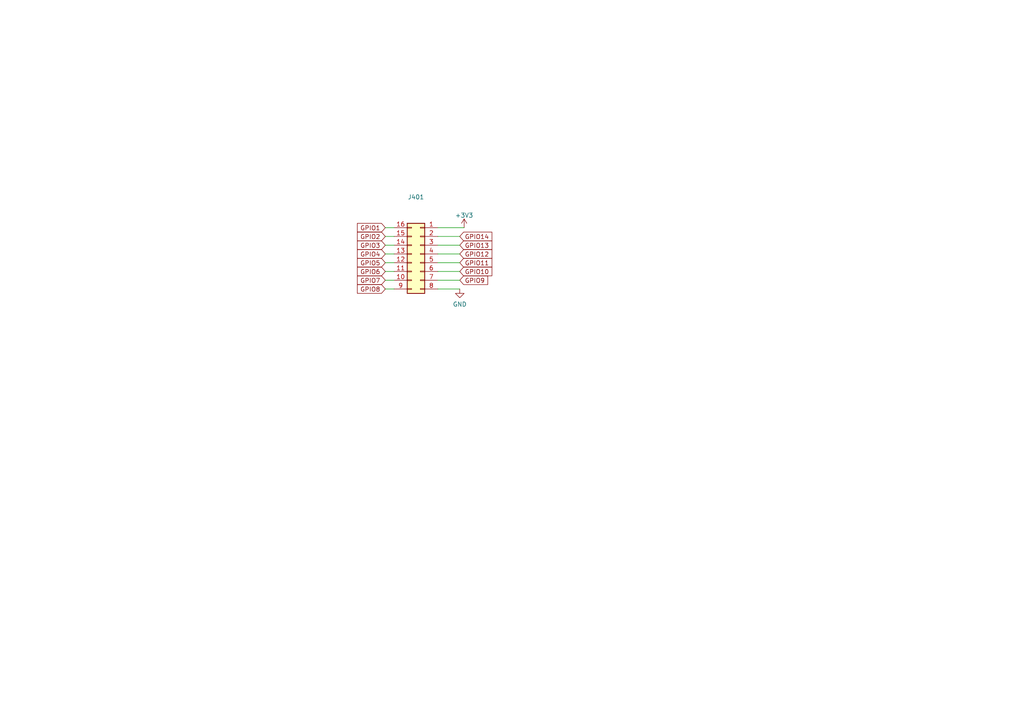
<source format=kicad_sch>
(kicad_sch (version 20211123) (generator eeschema)
  (paper "A4")
  (lib_symbols
    (symbol "Connector_Generic:Conn_02x08_Counter_Clockwise" (pin_names (offset 1.016) hide)
      (property "Reference" "J" (at 1.27 10.16 0))
      (property "Value" "Conn_02x08_Counter_Clockwise" (at 1.27 -12.7 0))
      (symbol "Conn_02x08_Counter_Clockwise_1_1"
        (rectangle (start -1.27 -10.033) (end 0 -10.287) (stroke (width 0.1524)))
        (rectangle (start -1.27 -7.493) (end 0 -7.747) (stroke (width 0.1524)))
        (rectangle (start -1.27 -4.953) (end 0 -5.207) (stroke (width 0.1524)))
        (rectangle (start -1.27 -2.413) (end 0 -2.667) (stroke (width 0.1524)))
        (rectangle (start -1.27 0.127) (end 0 -0.127) (stroke (width 0.1524)))
        (rectangle (start -1.27 2.667) (end 0 2.413) (stroke (width 0.1524)))
        (rectangle (start -1.27 5.207) (end 0 4.953) (stroke (width 0.1524)))
        (rectangle (start -1.27 7.747) (end 0 7.493) (stroke (width 0.1524)))
        (rectangle (start -1.27 8.89) (end 3.81 -11.43) (stroke (width 0.254)) (fill (type background)))
        (rectangle (start 3.81 -10.033) (end 2.54 -10.287) (stroke (width 0.1524)))
        (rectangle (start 3.81 -7.493) (end 2.54 -7.747) (stroke (width 0.1524)))
        (rectangle (start 3.81 -4.953) (end 2.54 -5.207) (stroke (width 0.1524)))
        (rectangle (start 3.81 -2.413) (end 2.54 -2.667) (stroke (width 0.1524)))
        (rectangle (start 3.81 0.127) (end 2.54 -0.127) (stroke (width 0.1524)))
        (rectangle (start 3.81 2.667) (end 2.54 2.413) (stroke (width 0.1524)))
        (rectangle (start 3.81 5.207) (end 2.54 4.953) (stroke (width 0.1524)))
        (rectangle (start 3.81 7.747) (end 2.54 7.493) (stroke (width 0.1524)))
        (pin passive line (at -5.08 7.62 0) (length 3.81) (name "Pin_1") (number "1"))
        (pin passive line (at 7.62 -7.62 180) (length 3.81) (name "Pin_10") (number "10"))
        (pin passive line (at 7.62 -5.08 180) (length 3.81) (name "Pin_11") (number "11"))
        (pin passive line (at 7.62 -2.54 180) (length 3.81) (name "Pin_12") (number "12"))
        (pin passive line (at 7.62 0 180) (length 3.81) (name "Pin_13") (number "13"))
        (pin passive line (at 7.62 2.54 180) (length 3.81) (name "Pin_14") (number "14"))
        (pin passive line (at 7.62 5.08 180) (length 3.81) (name "Pin_15") (number "15"))
        (pin passive line (at 7.62 7.62 180) (length 3.81) (name "Pin_16") (number "16"))
        (pin passive line (at -5.08 5.08 0) (length 3.81) (name "Pin_2") (number "2"))
        (pin passive line (at -5.08 2.54 0) (length 3.81) (name "Pin_3") (number "3"))
        (pin passive line (at -5.08 0 0) (length 3.81) (name "Pin_4") (number "4"))
        (pin passive line (at -5.08 -2.54 0) (length 3.81) (name "Pin_5") (number "5"))
        (pin passive line (at -5.08 -5.08 0) (length 3.81) (name "Pin_6") (number "6"))
        (pin passive line (at -5.08 -7.62 0) (length 3.81) (name "Pin_7") (number "7"))
        (pin passive line (at -5.08 -10.16 0) (length 3.81) (name "Pin_8") (number "8"))
        (pin passive line (at 7.62 -10.16 180) (length 3.81) (name "Pin_9") (number "9"))
      )
    )
    (symbol "power:+3V3" (power) (pin_names (offset 0))
      (property "Value" "+3V3" (at 0 3.556 0))
      (symbol "+3V3_0_1"
        (polyline (pts (xy -0.762 1.27) (xy 0 2.54)))
        (polyline (pts (xy 0 0) (xy 0 2.54)))
        (polyline (pts (xy 0 2.54) (xy 0.762 1.27)))
      )
      (symbol "+3V3_1_1"
        (pin power_in line (at 0 0 90) (length 0) hide (name "+3V3") (number "1"))
      )
    )
    (symbol "power:GND" (power) (pin_names (offset 0))
      (property "Value" "GND" (at 0 -3.81 0))
      (symbol "GND_0_1"
        (polyline (pts (xy 0 0) (xy 0 -1.27) (xy 1.27 -1.27) (xy 0 -2.54) (xy -1.27 -1.27) (xy 0 -1.27)))
      )
      (symbol "GND_1_1"
        (pin power_in line (at 0 0 270) (length 0) hide (name "GND") (number "1"))
      )
    )
  )
  (wire (pts (xy 111.76 73.66) (xy 114.3 73.66)))
  (wire (pts (xy 111.76 81.28) (xy 114.3 81.28)))
  (wire (pts (xy 133.35 81.28) (xy 127 81.28)))
  (wire (pts (xy 111.76 71.12) (xy 114.3 71.12)))
  (wire (pts (xy 133.35 73.66) (xy 127 73.66)))
  (wire (pts (xy 133.35 68.58) (xy 127 68.58)))
  (wire (pts (xy 111.76 66.04) (xy 114.3 66.04)))
  (wire (pts (xy 111.76 83.82) (xy 114.3 83.82)))
  (wire (pts (xy 133.35 71.12) (xy 127 71.12)))
  (wire (pts (xy 133.35 76.2) (xy 127 76.2)))
  (wire (pts (xy 133.35 78.74) (xy 127 78.74)))
  (wire (pts (xy 111.76 68.58) (xy 114.3 68.58)))
  (wire (pts (xy 127 66.04) (xy 134.62 66.04)))
  (wire (pts (xy 111.76 78.74) (xy 114.3 78.74)))
  (wire (pts (xy 111.76 76.2) (xy 114.3 76.2)))
  (wire (pts (xy 127 83.82) (xy 133.35 83.82)))
  (global_label "GPIO13" (shape input) (at 133.35 71.12 0) (property "Intersheet References" "${INTERSHEET_REFS}" (effects hide)))
  (global_label "GPIO3" (shape input) (at 111.76 71.12 180) (property "Intersheet References" "${INTERSHEET_REFS}" (effects hide)))
  (global_label "GPIO5" (shape input) (at 111.76 76.2 180) (property "Intersheet References" "${INTERSHEET_REFS}" (effects hide)))
  (global_label "GPIO7" (shape input) (at 111.76 81.28 180) (property "Intersheet References" "${INTERSHEET_REFS}" (effects hide)))
  (global_label "GPIO11" (shape input) (at 133.35 76.2 0) (property "Intersheet References" "${INTERSHEET_REFS}" (effects hide)))
  (global_label "GPIO10" (shape input) (at 133.35 78.74 0) (property "Intersheet References" "${INTERSHEET_REFS}" (effects hide)))
  (global_label "GPIO14" (shape input) (at 133.35 68.58 0) (property "Intersheet References" "${INTERSHEET_REFS}" (effects hide)))
  (global_label "GPIO4" (shape input) (at 111.76 73.66 180) (property "Intersheet References" "${INTERSHEET_REFS}" (effects hide)))
  (global_label "GPIO8" (shape input) (at 111.76 83.82 180) (property "Intersheet References" "${INTERSHEET_REFS}" (effects hide)))
  (global_label "GPIO6" (shape input) (at 111.76 78.74 180) (property "Intersheet References" "${INTERSHEET_REFS}" (effects hide)))
  (global_label "GPIO12" (shape input) (at 133.35 73.66 0) (property "Intersheet References" "${INTERSHEET_REFS}" (effects hide)))
  (global_label "GPIO2" (shape input) (at 111.76 68.58 180) (property "Intersheet References" "${INTERSHEET_REFS}" (effects hide)))
  (global_label "GPIO1" (shape input) (at 111.76 66.04 180) (property "Intersheet References" "${INTERSHEET_REFS}" (effects hide)))
  (global_label "GPIO9" (shape input) (at 133.35 81.28 0) (property "Intersheet References" "${INTERSHEET_REFS}" (effects hide)))
  (symbol (lib_id "power:+3V3") (at 134.62 66.04 0) (unit 1)
    (property "Reference" "#PWR0401" (effects hide))
  )
  (symbol (lib_id "power:GND") (at 133.35 83.82 0) (unit 1)
    (property "Reference" "#PWR0402" (effects hide))
  )
  (symbol (lib_id "Connector_Generic:Conn_02x08_Counter_Clockwise") (at 121.92 73.66 0) (mirror y) (unit 1)
    (property "Reference" "J401" (at 120.65 57.1531 0))
  )
)
</source>
